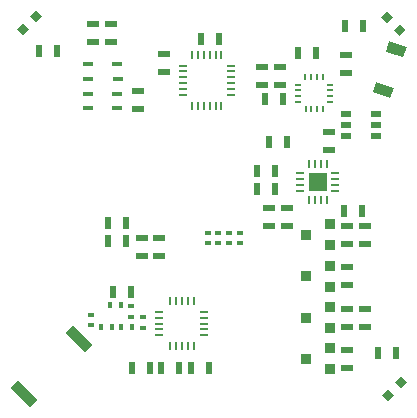
<source format=gtp>
G04 (created by PCBNEW (2013-07-07 BZR 4022)-stable) date 07/06/2014 15:45:15*
%MOIN*%
G04 Gerber Fmt 3.4, Leading zero omitted, Abs format*
%FSLAX34Y34*%
G01*
G70*
G90*
G04 APERTURE LIST*
%ADD10C,0.00590551*%
%ADD11R,0.035424X0.016512*%
%ADD12R,0.0408X0.0216*%
%ADD13R,0.0216X0.0408*%
%ADD14O,0.02784X0.00700803*%
%ADD15O,0.00700803X0.02784*%
%ADD16R,0.035424X0.024096*%
%ADD17R,0.03216X0.03216*%
%ADD18R,0.061824X0.061824*%
%ADD19R,0.010848X0.02976*%
%ADD20R,0.02976X0.010848*%
%ADD21R,0.00892803X0.0216*%
%ADD22R,0.0216X0.00892803*%
%ADD23R,0.012672X0.020256*%
%ADD24R,0.020256X0.012672*%
G04 APERTURE END LIST*
G54D10*
G36*
X9063Y-6072D02*
X9314Y-5821D01*
X9965Y-6472D01*
X9714Y-6723D01*
X9063Y-6072D01*
X9063Y-6072D01*
G37*
G36*
X10900Y-4235D02*
X11151Y-3984D01*
X11802Y-4635D01*
X11551Y-4886D01*
X10900Y-4235D01*
X10900Y-4235D01*
G37*
G54D11*
X11634Y4714D03*
X11634Y4222D03*
X11634Y3730D03*
X11634Y3238D03*
X12618Y3238D03*
X12618Y3730D03*
X12622Y4222D03*
X12618Y4714D03*
G54D12*
X13307Y3804D03*
X13307Y3204D03*
X18031Y4031D03*
X18031Y4631D03*
G54D13*
X19237Y5079D03*
X18637Y5079D03*
G54D12*
X20236Y4424D03*
X20236Y5024D03*
G54D13*
X17653Y2126D03*
X18253Y2126D03*
X17259Y1142D03*
X17859Y1142D03*
G54D12*
X18268Y-694D03*
X18268Y-94D03*
G54D13*
X17859Y551D03*
X17259Y551D03*
G54D10*
G36*
X22215Y5854D02*
X22019Y5658D01*
X21823Y5854D01*
X22019Y6050D01*
X22215Y5854D01*
X22215Y5854D01*
G37*
G36*
X21798Y6271D02*
X21602Y6075D01*
X21406Y6271D01*
X21602Y6467D01*
X21798Y6271D01*
X21798Y6271D01*
G37*
G36*
X9476Y5697D02*
X9280Y5893D01*
X9476Y6089D01*
X9672Y5893D01*
X9476Y5697D01*
X9476Y5697D01*
G37*
G36*
X9893Y6114D02*
X9697Y6310D01*
X9893Y6506D01*
X10089Y6310D01*
X9893Y6114D01*
X9893Y6114D01*
G37*
G54D12*
X13425Y-1078D03*
X13425Y-1678D03*
X14016Y-1078D03*
X14016Y-1678D03*
X19685Y2465D03*
X19685Y1865D03*
G54D14*
X15512Y-4331D03*
X15511Y-4133D03*
X15511Y-3936D03*
X15511Y-3740D03*
X15511Y-3543D03*
G54D15*
X15157Y-3189D03*
X14960Y-3189D03*
X14763Y-3189D03*
X14566Y-3189D03*
X14370Y-3189D03*
G54D14*
X14016Y-3543D03*
X14016Y-3740D03*
X14016Y-3938D03*
X14016Y-4134D03*
X14016Y-4332D03*
G54D15*
X14370Y-4685D03*
X14567Y-4685D03*
X14764Y-4685D03*
X14961Y-4685D03*
X15158Y-4685D03*
G54D12*
X20276Y-1284D03*
X20276Y-684D03*
X20276Y-2662D03*
X20276Y-2062D03*
X20276Y-4040D03*
X20276Y-3440D03*
X20276Y-5418D03*
X20276Y-4818D03*
G54D13*
X10015Y5157D03*
X10615Y5157D03*
X20212Y5984D03*
X20812Y5984D03*
X12898Y-591D03*
X12298Y-591D03*
X12898Y-1181D03*
X12298Y-1181D03*
G54D12*
X20866Y-1284D03*
X20866Y-684D03*
G54D13*
X20772Y-197D03*
X20172Y-197D03*
G54D12*
X17677Y-694D03*
X17677Y-94D03*
G54D13*
X21914Y-4921D03*
X21314Y-4921D03*
X13686Y-5433D03*
X13086Y-5433D03*
G54D12*
X11811Y6048D03*
X11811Y5448D03*
X12402Y6048D03*
X12402Y5448D03*
G54D13*
X16009Y5551D03*
X15409Y5551D03*
G54D12*
X17441Y4031D03*
X17441Y4631D03*
X14173Y4464D03*
X14173Y5064D03*
G54D13*
X17535Y3543D03*
X18135Y3543D03*
X15054Y-5433D03*
X15654Y-5433D03*
X14670Y-5433D03*
X14070Y-5433D03*
G54D12*
X20866Y-4040D03*
X20866Y-3440D03*
G54D16*
X21248Y3052D03*
X21248Y2677D03*
X21248Y2302D03*
X20248Y2302D03*
X20248Y2677D03*
X20248Y3052D03*
G54D17*
X19692Y-4768D03*
X19692Y-5468D03*
X18892Y-5118D03*
X19692Y-3390D03*
X19692Y-4090D03*
X18892Y-3740D03*
X19692Y-2012D03*
X19692Y-2712D03*
X18892Y-2362D03*
X19692Y-634D03*
X19692Y-1334D03*
X18892Y-984D03*
G54D18*
X19291Y787D03*
G54D14*
X19882Y491D03*
X19882Y689D03*
X19882Y885D03*
X19882Y1082D03*
G54D15*
X19586Y1378D03*
X19389Y1378D03*
X19192Y1378D03*
X18996Y1378D03*
G54D14*
X18700Y1081D03*
X18700Y885D03*
X18700Y688D03*
X18700Y491D03*
G54D15*
X18996Y196D03*
X19192Y196D03*
X19389Y196D03*
X19586Y196D03*
G54D19*
X15886Y3328D03*
X15493Y3328D03*
X15689Y3328D03*
X16083Y3328D03*
X15296Y3328D03*
X15099Y3328D03*
G54D20*
X14794Y3681D03*
X14794Y3878D03*
X14794Y4075D03*
X14794Y4468D03*
X14794Y4271D03*
X14794Y4665D03*
G54D19*
X15099Y5018D03*
X15296Y5018D03*
X16083Y5018D03*
X15689Y5018D03*
X15493Y5018D03*
X15886Y5018D03*
G54D20*
X16387Y4665D03*
X16387Y4271D03*
X16387Y4468D03*
X16387Y4075D03*
X16387Y3878D03*
X16387Y3681D03*
G54D21*
X19075Y3199D03*
X18888Y3199D03*
X19271Y3199D03*
X19468Y3199D03*
X19075Y4271D03*
X18878Y4271D03*
X19271Y4271D03*
X19468Y4271D03*
G54D22*
X19704Y3642D03*
X19704Y3838D03*
X19704Y4025D03*
X19704Y3455D03*
X18632Y4025D03*
X18632Y3838D03*
X18632Y3642D03*
X18632Y3455D03*
G54D23*
X12067Y-4055D03*
X12421Y-4055D03*
G54D24*
X11732Y-3996D03*
X11732Y-3642D03*
G54D23*
X12736Y-3307D03*
X12382Y-3307D03*
X12736Y-4055D03*
X13090Y-4055D03*
G54D24*
X13465Y-4075D03*
X13465Y-3721D03*
X13071Y-3366D03*
X13071Y-3720D03*
G54D10*
G36*
X22058Y-5697D02*
X22254Y-5893D01*
X22058Y-6089D01*
X21862Y-5893D01*
X22058Y-5697D01*
X22058Y-5697D01*
G37*
G36*
X21641Y-6114D02*
X21837Y-6310D01*
X21641Y-6506D01*
X21445Y-6310D01*
X21641Y-6114D01*
X21641Y-6114D01*
G37*
G54D13*
X13056Y-2874D03*
X12456Y-2874D03*
G54D10*
G36*
X22260Y5275D02*
X22151Y4938D01*
X21563Y5129D01*
X21672Y5466D01*
X22260Y5275D01*
X22260Y5275D01*
G37*
G36*
X21822Y3926D02*
X21713Y3589D01*
X21125Y3780D01*
X21234Y4117D01*
X21822Y3926D01*
X21822Y3926D01*
G37*
G54D24*
X16693Y-904D03*
X16693Y-1258D03*
X16339Y-904D03*
X16339Y-1258D03*
X15984Y-904D03*
X15984Y-1258D03*
X15630Y-904D03*
X15630Y-1258D03*
M02*

</source>
